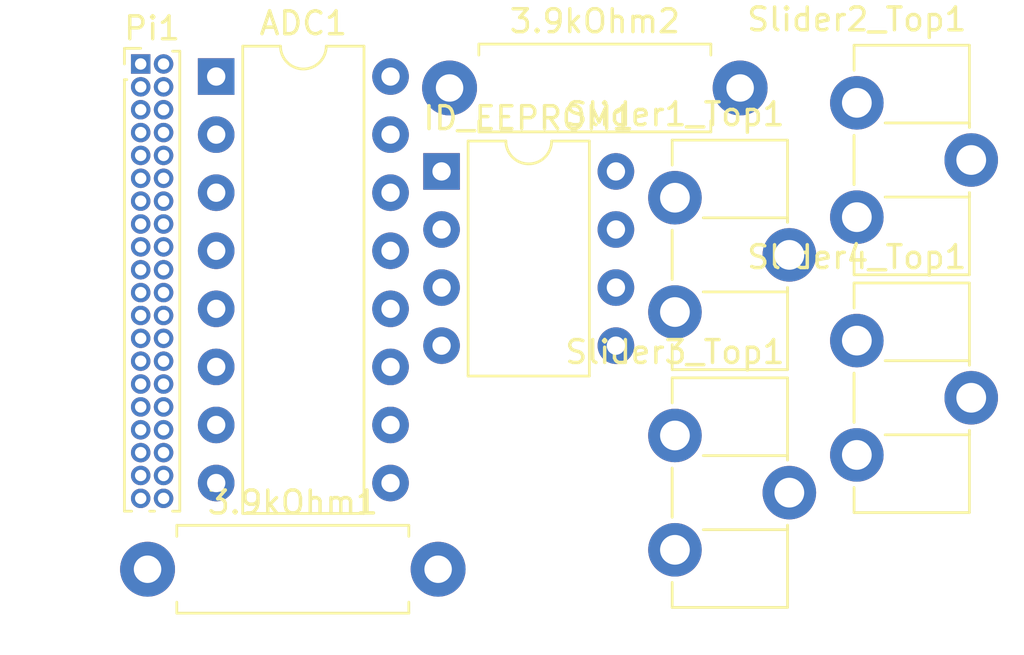
<source format=kicad_pcb>
(kicad_pcb (version 20171130) (host pcbnew "(5.0.1)-3")

  (general
    (thickness 1.6)
    (drawings 0)
    (tracks 0)
    (zones 0)
    (modules 9)
    (nets 48)
  )

  (page A4)
  (layers
    (0 F.Cu signal)
    (31 B.Cu signal)
    (32 B.Adhes user)
    (33 F.Adhes user)
    (34 B.Paste user)
    (35 F.Paste user)
    (36 B.SilkS user)
    (37 F.SilkS user)
    (38 B.Mask user)
    (39 F.Mask user)
    (40 Dwgs.User user)
    (41 Cmts.User user)
    (42 Eco1.User user)
    (43 Eco2.User user)
    (44 Edge.Cuts user)
    (45 Margin user)
    (46 B.CrtYd user)
    (47 F.CrtYd user)
    (48 B.Fab user)
    (49 F.Fab user)
  )

  (setup
    (last_trace_width 0.25)
    (trace_clearance 0.2)
    (zone_clearance 0.508)
    (zone_45_only no)
    (trace_min 0.2)
    (segment_width 0.2)
    (edge_width 0.15)
    (via_size 0.8)
    (via_drill 0.4)
    (via_min_size 0.4)
    (via_min_drill 0.3)
    (uvia_size 0.3)
    (uvia_drill 0.1)
    (uvias_allowed no)
    (uvia_min_size 0.2)
    (uvia_min_drill 0.1)
    (pcb_text_width 0.3)
    (pcb_text_size 1.5 1.5)
    (mod_edge_width 0.15)
    (mod_text_size 1 1)
    (mod_text_width 0.15)
    (pad_size 1.524 1.524)
    (pad_drill 0.762)
    (pad_to_mask_clearance 0.051)
    (solder_mask_min_width 0.25)
    (aux_axis_origin 0 0)
    (visible_elements FFFFFF7F)
    (pcbplotparams
      (layerselection 0x010fc_ffffffff)
      (usegerberextensions false)
      (usegerberattributes false)
      (usegerberadvancedattributes false)
      (creategerberjobfile false)
      (excludeedgelayer true)
      (linewidth 0.100000)
      (plotframeref false)
      (viasonmask false)
      (mode 1)
      (useauxorigin false)
      (hpglpennumber 1)
      (hpglpenspeed 20)
      (hpglpendiameter 15.000000)
      (psnegative false)
      (psa4output false)
      (plotreference true)
      (plotvalue true)
      (plotinvisibletext false)
      (padsonsilk false)
      (subtractmaskfromsilk false)
      (outputformat 1)
      (mirror false)
      (drillshape 1)
      (scaleselection 1)
      (outputdirectory ""))
  )

  (net 0 "")
  (net 1 /ID_Data)
  (net 2 /Pi_3.3V)
  (net 3 /ID_CLK)
  (net 4 /Slider1_Wiper)
  (net 5 GND)
  (net 6 /Slider2_Wiper)
  (net 7 /SPI_CE)
  (net 8 /Slider3_Wiper)
  (net 9 /SPI_MOSI)
  (net 10 /Slider4_Wiper)
  (net 11 /SPI_MISO)
  (net 12 /SPI_CLK)
  (net 13 "Net-(ID_EEPROM1-Pad1)")
  (net 14 "Net-(ID_EEPROM1-Pad2)")
  (net 15 "Net-(ID_EEPROM1-Pad3)")
  (net 16 "Net-(Pi1-Pad1)")
  (net 17 "Net-(Pi1-Pad2)")
  (net 18 "Net-(Pi1-Pad3)")
  (net 19 "Net-(Pi1-Pad4)")
  (net 20 "Net-(Pi1-Pad5)")
  (net 21 "Net-(Pi1-Pad6)")
  (net 22 "Net-(Pi1-Pad7)")
  (net 23 "Net-(Pi1-Pad8)")
  (net 24 "Net-(Pi1-Pad9)")
  (net 25 "Net-(Pi1-Pad10)")
  (net 26 "Net-(Pi1-Pad11)")
  (net 27 "Net-(Pi1-Pad12)")
  (net 28 "Net-(Pi1-Pad13)")
  (net 29 "Net-(Pi1-Pad14)")
  (net 30 "Net-(Pi1-Pad15)")
  (net 31 "Net-(Pi1-Pad16)")
  (net 32 "Net-(Pi1-Pad18)")
  (net 33 "Net-(Pi1-Pad20)")
  (net 34 "Net-(Pi1-Pad22)")
  (net 35 "Net-(Pi1-Pad25)")
  (net 36 "Net-(Pi1-Pad26)")
  (net 37 "Net-(Pi1-Pad29)")
  (net 38 "Net-(Pi1-Pad30)")
  (net 39 "Net-(Pi1-Pad31)")
  (net 40 "Net-(Pi1-Pad32)")
  (net 41 "Net-(Pi1-Pad33)")
  (net 42 "Net-(Pi1-Pad34)")
  (net 43 "Net-(Pi1-Pad35)")
  (net 44 "Net-(Pi1-Pad36)")
  (net 45 "Net-(Pi1-Pad37)")
  (net 46 "Net-(Pi1-Pad38)")
  (net 47 "Net-(Pi1-Pad40)")

  (net_class Default "This is the default net class."
    (clearance 0.2)
    (trace_width 0.25)
    (via_dia 0.8)
    (via_drill 0.4)
    (uvia_dia 0.3)
    (uvia_drill 0.1)
    (add_net /ID_CLK)
    (add_net /ID_Data)
    (add_net /Pi_3.3V)
    (add_net /SPI_CE)
    (add_net /SPI_CLK)
    (add_net /SPI_MISO)
    (add_net /SPI_MOSI)
    (add_net /Slider1_Wiper)
    (add_net /Slider2_Wiper)
    (add_net /Slider3_Wiper)
    (add_net /Slider4_Wiper)
    (add_net GND)
    (add_net "Net-(ID_EEPROM1-Pad1)")
    (add_net "Net-(ID_EEPROM1-Pad2)")
    (add_net "Net-(ID_EEPROM1-Pad3)")
    (add_net "Net-(Pi1-Pad1)")
    (add_net "Net-(Pi1-Pad10)")
    (add_net "Net-(Pi1-Pad11)")
    (add_net "Net-(Pi1-Pad12)")
    (add_net "Net-(Pi1-Pad13)")
    (add_net "Net-(Pi1-Pad14)")
    (add_net "Net-(Pi1-Pad15)")
    (add_net "Net-(Pi1-Pad16)")
    (add_net "Net-(Pi1-Pad18)")
    (add_net "Net-(Pi1-Pad2)")
    (add_net "Net-(Pi1-Pad20)")
    (add_net "Net-(Pi1-Pad22)")
    (add_net "Net-(Pi1-Pad25)")
    (add_net "Net-(Pi1-Pad26)")
    (add_net "Net-(Pi1-Pad29)")
    (add_net "Net-(Pi1-Pad3)")
    (add_net "Net-(Pi1-Pad30)")
    (add_net "Net-(Pi1-Pad31)")
    (add_net "Net-(Pi1-Pad32)")
    (add_net "Net-(Pi1-Pad33)")
    (add_net "Net-(Pi1-Pad34)")
    (add_net "Net-(Pi1-Pad35)")
    (add_net "Net-(Pi1-Pad36)")
    (add_net "Net-(Pi1-Pad37)")
    (add_net "Net-(Pi1-Pad38)")
    (add_net "Net-(Pi1-Pad4)")
    (add_net "Net-(Pi1-Pad40)")
    (add_net "Net-(Pi1-Pad5)")
    (add_net "Net-(Pi1-Pad6)")
    (add_net "Net-(Pi1-Pad7)")
    (add_net "Net-(Pi1-Pad8)")
    (add_net "Net-(Pi1-Pad9)")
  )

  (module Resistor_THT:R_Axial_DIN0411_L9.9mm_D3.6mm_P12.70mm_Horizontal (layer F.Cu) (tedit 5AE5139B) (tstamp 5C365543)
    (at 64.975001 68.845001)
    (descr "Resistor, Axial_DIN0411 series, Axial, Horizontal, pin pitch=12.7mm, 1W, length*diameter=9.9*3.6mm^2")
    (tags "Resistor Axial_DIN0411 series Axial Horizontal pin pitch 12.7mm 1W length 9.9mm diameter 3.6mm")
    (path /5C229995)
    (fp_text reference 3.9kOhm1 (at 6.35 -2.92) (layer F.SilkS)
      (effects (font (size 1 1) (thickness 0.15)))
    )
    (fp_text value R_US (at 6.35 2.92) (layer F.Fab)
      (effects (font (size 1 1) (thickness 0.15)))
    )
    (fp_line (start 1.4 -1.8) (end 1.4 1.8) (layer F.Fab) (width 0.1))
    (fp_line (start 1.4 1.8) (end 11.3 1.8) (layer F.Fab) (width 0.1))
    (fp_line (start 11.3 1.8) (end 11.3 -1.8) (layer F.Fab) (width 0.1))
    (fp_line (start 11.3 -1.8) (end 1.4 -1.8) (layer F.Fab) (width 0.1))
    (fp_line (start 0 0) (end 1.4 0) (layer F.Fab) (width 0.1))
    (fp_line (start 12.7 0) (end 11.3 0) (layer F.Fab) (width 0.1))
    (fp_line (start 1.28 -1.44) (end 1.28 -1.92) (layer F.SilkS) (width 0.12))
    (fp_line (start 1.28 -1.92) (end 11.42 -1.92) (layer F.SilkS) (width 0.12))
    (fp_line (start 11.42 -1.92) (end 11.42 -1.44) (layer F.SilkS) (width 0.12))
    (fp_line (start 1.28 1.44) (end 1.28 1.92) (layer F.SilkS) (width 0.12))
    (fp_line (start 1.28 1.92) (end 11.42 1.92) (layer F.SilkS) (width 0.12))
    (fp_line (start 11.42 1.92) (end 11.42 1.44) (layer F.SilkS) (width 0.12))
    (fp_line (start -1.45 -2.05) (end -1.45 2.05) (layer F.CrtYd) (width 0.05))
    (fp_line (start -1.45 2.05) (end 14.15 2.05) (layer F.CrtYd) (width 0.05))
    (fp_line (start 14.15 2.05) (end 14.15 -2.05) (layer F.CrtYd) (width 0.05))
    (fp_line (start 14.15 -2.05) (end -1.45 -2.05) (layer F.CrtYd) (width 0.05))
    (fp_text user %R (at 6.35 0) (layer F.Fab)
      (effects (font (size 1 1) (thickness 0.15)))
    )
    (pad 1 thru_hole circle (at 0 0) (size 2.4 2.4) (drill 1.2) (layers *.Cu *.Mask)
      (net 1 /ID_Data))
    (pad 2 thru_hole oval (at 12.7 0) (size 2.4 2.4) (drill 1.2) (layers *.Cu *.Mask)
      (net 2 /Pi_3.3V))
    (model ${KISYS3DMOD}/Resistor_THT.3dshapes/R_Axial_DIN0411_L9.9mm_D3.6mm_P12.70mm_Horizontal.wrl
      (at (xyz 0 0 0))
      (scale (xyz 1 1 1))
      (rotate (xyz 0 0 0))
    )
  )

  (module Resistor_THT:R_Axial_DIN0411_L9.9mm_D3.6mm_P12.70mm_Horizontal (layer F.Cu) (tedit 5AE5139B) (tstamp 5C36555A)
    (at 78.175001 47.795001)
    (descr "Resistor, Axial_DIN0411 series, Axial, Horizontal, pin pitch=12.7mm, 1W, length*diameter=9.9*3.6mm^2")
    (tags "Resistor Axial_DIN0411 series Axial Horizontal pin pitch 12.7mm 1W length 9.9mm diameter 3.6mm")
    (path /5C22CD6F)
    (fp_text reference 3.9kOhm2 (at 6.35 -2.92) (layer F.SilkS)
      (effects (font (size 1 1) (thickness 0.15)))
    )
    (fp_text value R_US (at 6.35 2.92) (layer F.Fab)
      (effects (font (size 1 1) (thickness 0.15)))
    )
    (fp_text user %R (at 6.35 0) (layer F.Fab)
      (effects (font (size 1 1) (thickness 0.15)))
    )
    (fp_line (start 14.15 -2.05) (end -1.45 -2.05) (layer F.CrtYd) (width 0.05))
    (fp_line (start 14.15 2.05) (end 14.15 -2.05) (layer F.CrtYd) (width 0.05))
    (fp_line (start -1.45 2.05) (end 14.15 2.05) (layer F.CrtYd) (width 0.05))
    (fp_line (start -1.45 -2.05) (end -1.45 2.05) (layer F.CrtYd) (width 0.05))
    (fp_line (start 11.42 1.92) (end 11.42 1.44) (layer F.SilkS) (width 0.12))
    (fp_line (start 1.28 1.92) (end 11.42 1.92) (layer F.SilkS) (width 0.12))
    (fp_line (start 1.28 1.44) (end 1.28 1.92) (layer F.SilkS) (width 0.12))
    (fp_line (start 11.42 -1.92) (end 11.42 -1.44) (layer F.SilkS) (width 0.12))
    (fp_line (start 1.28 -1.92) (end 11.42 -1.92) (layer F.SilkS) (width 0.12))
    (fp_line (start 1.28 -1.44) (end 1.28 -1.92) (layer F.SilkS) (width 0.12))
    (fp_line (start 12.7 0) (end 11.3 0) (layer F.Fab) (width 0.1))
    (fp_line (start 0 0) (end 1.4 0) (layer F.Fab) (width 0.1))
    (fp_line (start 11.3 -1.8) (end 1.4 -1.8) (layer F.Fab) (width 0.1))
    (fp_line (start 11.3 1.8) (end 11.3 -1.8) (layer F.Fab) (width 0.1))
    (fp_line (start 1.4 1.8) (end 11.3 1.8) (layer F.Fab) (width 0.1))
    (fp_line (start 1.4 -1.8) (end 1.4 1.8) (layer F.Fab) (width 0.1))
    (pad 2 thru_hole oval (at 12.7 0) (size 2.4 2.4) (drill 1.2) (layers *.Cu *.Mask)
      (net 2 /Pi_3.3V))
    (pad 1 thru_hole circle (at 0 0) (size 2.4 2.4) (drill 1.2) (layers *.Cu *.Mask)
      (net 3 /ID_CLK))
    (model ${KISYS3DMOD}/Resistor_THT.3dshapes/R_Axial_DIN0411_L9.9mm_D3.6mm_P12.70mm_Horizontal.wrl
      (at (xyz 0 0 0))
      (scale (xyz 1 1 1))
      (rotate (xyz 0 0 0))
    )
  )

  (module Package_DIP:DIP-16_W7.62mm (layer F.Cu) (tedit 5A02E8C5) (tstamp 5C36557E)
    (at 67.975001 47.295001)
    (descr "16-lead though-hole mounted DIP package, row spacing 7.62 mm (300 mils)")
    (tags "THT DIP DIL PDIP 2.54mm 7.62mm 300mil")
    (path /5C1D6D3D)
    (fp_text reference ADC1 (at 3.81 -2.33) (layer F.SilkS)
      (effects (font (size 1 1) (thickness 0.15)))
    )
    (fp_text value MCP3008 (at 3.81 20.11) (layer F.Fab)
      (effects (font (size 1 1) (thickness 0.15)))
    )
    (fp_arc (start 3.81 -1.33) (end 2.81 -1.33) (angle -180) (layer F.SilkS) (width 0.12))
    (fp_line (start 1.635 -1.27) (end 6.985 -1.27) (layer F.Fab) (width 0.1))
    (fp_line (start 6.985 -1.27) (end 6.985 19.05) (layer F.Fab) (width 0.1))
    (fp_line (start 6.985 19.05) (end 0.635 19.05) (layer F.Fab) (width 0.1))
    (fp_line (start 0.635 19.05) (end 0.635 -0.27) (layer F.Fab) (width 0.1))
    (fp_line (start 0.635 -0.27) (end 1.635 -1.27) (layer F.Fab) (width 0.1))
    (fp_line (start 2.81 -1.33) (end 1.16 -1.33) (layer F.SilkS) (width 0.12))
    (fp_line (start 1.16 -1.33) (end 1.16 19.11) (layer F.SilkS) (width 0.12))
    (fp_line (start 1.16 19.11) (end 6.46 19.11) (layer F.SilkS) (width 0.12))
    (fp_line (start 6.46 19.11) (end 6.46 -1.33) (layer F.SilkS) (width 0.12))
    (fp_line (start 6.46 -1.33) (end 4.81 -1.33) (layer F.SilkS) (width 0.12))
    (fp_line (start -1.1 -1.55) (end -1.1 19.3) (layer F.CrtYd) (width 0.05))
    (fp_line (start -1.1 19.3) (end 8.7 19.3) (layer F.CrtYd) (width 0.05))
    (fp_line (start 8.7 19.3) (end 8.7 -1.55) (layer F.CrtYd) (width 0.05))
    (fp_line (start 8.7 -1.55) (end -1.1 -1.55) (layer F.CrtYd) (width 0.05))
    (fp_text user %R (at 3.81 8.89) (layer F.Fab)
      (effects (font (size 1 1) (thickness 0.15)))
    )
    (pad 1 thru_hole rect (at 0 0) (size 1.6 1.6) (drill 0.8) (layers *.Cu *.Mask)
      (net 4 /Slider1_Wiper))
    (pad 9 thru_hole oval (at 7.62 17.78) (size 1.6 1.6) (drill 0.8) (layers *.Cu *.Mask)
      (net 5 GND))
    (pad 2 thru_hole oval (at 0 2.54) (size 1.6 1.6) (drill 0.8) (layers *.Cu *.Mask)
      (net 6 /Slider2_Wiper))
    (pad 10 thru_hole oval (at 7.62 15.24) (size 1.6 1.6) (drill 0.8) (layers *.Cu *.Mask)
      (net 7 /SPI_CE))
    (pad 3 thru_hole oval (at 0 5.08) (size 1.6 1.6) (drill 0.8) (layers *.Cu *.Mask)
      (net 8 /Slider3_Wiper))
    (pad 11 thru_hole oval (at 7.62 12.7) (size 1.6 1.6) (drill 0.8) (layers *.Cu *.Mask)
      (net 9 /SPI_MOSI))
    (pad 4 thru_hole oval (at 0 7.62) (size 1.6 1.6) (drill 0.8) (layers *.Cu *.Mask)
      (net 10 /Slider4_Wiper))
    (pad 12 thru_hole oval (at 7.62 10.16) (size 1.6 1.6) (drill 0.8) (layers *.Cu *.Mask)
      (net 11 /SPI_MISO))
    (pad 5 thru_hole oval (at 0 10.16) (size 1.6 1.6) (drill 0.8) (layers *.Cu *.Mask)
      (net 5 GND))
    (pad 13 thru_hole oval (at 7.62 7.62) (size 1.6 1.6) (drill 0.8) (layers *.Cu *.Mask)
      (net 12 /SPI_CLK))
    (pad 6 thru_hole oval (at 0 12.7) (size 1.6 1.6) (drill 0.8) (layers *.Cu *.Mask)
      (net 5 GND))
    (pad 14 thru_hole oval (at 7.62 5.08) (size 1.6 1.6) (drill 0.8) (layers *.Cu *.Mask)
      (net 5 GND))
    (pad 7 thru_hole oval (at 0 15.24) (size 1.6 1.6) (drill 0.8) (layers *.Cu *.Mask)
      (net 5 GND))
    (pad 15 thru_hole oval (at 7.62 2.54) (size 1.6 1.6) (drill 0.8) (layers *.Cu *.Mask)
      (net 2 /Pi_3.3V))
    (pad 8 thru_hole oval (at 0 17.78) (size 1.6 1.6) (drill 0.8) (layers *.Cu *.Mask)
      (net 5 GND))
    (pad 16 thru_hole oval (at 7.62 0) (size 1.6 1.6) (drill 0.8) (layers *.Cu *.Mask)
      (net 2 /Pi_3.3V))
    (model ${KISYS3DMOD}/Package_DIP.3dshapes/DIP-16_W7.62mm.wrl
      (at (xyz 0 0 0))
      (scale (xyz 1 1 1))
      (rotate (xyz 0 0 0))
    )
  )

  (module Package_DIP:DIP-8_W7.62mm (layer F.Cu) (tedit 5A02E8C5) (tstamp 5C36559A)
    (at 77.825001 51.445001)
    (descr "8-lead though-hole mounted DIP package, row spacing 7.62 mm (300 mils)")
    (tags "THT DIP DIL PDIP 2.54mm 7.62mm 300mil")
    (path /5C212C04)
    (fp_text reference ID_EEPROM1 (at 3.81 -2.33) (layer F.SilkS)
      (effects (font (size 1 1) (thickness 0.15)))
    )
    (fp_text value 24LC32 (at 3.81 9.95) (layer F.Fab)
      (effects (font (size 1 1) (thickness 0.15)))
    )
    (fp_arc (start 3.81 -1.33) (end 2.81 -1.33) (angle -180) (layer F.SilkS) (width 0.12))
    (fp_line (start 1.635 -1.27) (end 6.985 -1.27) (layer F.Fab) (width 0.1))
    (fp_line (start 6.985 -1.27) (end 6.985 8.89) (layer F.Fab) (width 0.1))
    (fp_line (start 6.985 8.89) (end 0.635 8.89) (layer F.Fab) (width 0.1))
    (fp_line (start 0.635 8.89) (end 0.635 -0.27) (layer F.Fab) (width 0.1))
    (fp_line (start 0.635 -0.27) (end 1.635 -1.27) (layer F.Fab) (width 0.1))
    (fp_line (start 2.81 -1.33) (end 1.16 -1.33) (layer F.SilkS) (width 0.12))
    (fp_line (start 1.16 -1.33) (end 1.16 8.95) (layer F.SilkS) (width 0.12))
    (fp_line (start 1.16 8.95) (end 6.46 8.95) (layer F.SilkS) (width 0.12))
    (fp_line (start 6.46 8.95) (end 6.46 -1.33) (layer F.SilkS) (width 0.12))
    (fp_line (start 6.46 -1.33) (end 4.81 -1.33) (layer F.SilkS) (width 0.12))
    (fp_line (start -1.1 -1.55) (end -1.1 9.15) (layer F.CrtYd) (width 0.05))
    (fp_line (start -1.1 9.15) (end 8.7 9.15) (layer F.CrtYd) (width 0.05))
    (fp_line (start 8.7 9.15) (end 8.7 -1.55) (layer F.CrtYd) (width 0.05))
    (fp_line (start 8.7 -1.55) (end -1.1 -1.55) (layer F.CrtYd) (width 0.05))
    (fp_text user %R (at 3.81 3.81) (layer F.Fab)
      (effects (font (size 1 1) (thickness 0.15)))
    )
    (pad 1 thru_hole rect (at 0 0) (size 1.6 1.6) (drill 0.8) (layers *.Cu *.Mask)
      (net 13 "Net-(ID_EEPROM1-Pad1)"))
    (pad 5 thru_hole oval (at 7.62 7.62) (size 1.6 1.6) (drill 0.8) (layers *.Cu *.Mask)
      (net 1 /ID_Data))
    (pad 2 thru_hole oval (at 0 2.54) (size 1.6 1.6) (drill 0.8) (layers *.Cu *.Mask)
      (net 14 "Net-(ID_EEPROM1-Pad2)"))
    (pad 6 thru_hole oval (at 7.62 5.08) (size 1.6 1.6) (drill 0.8) (layers *.Cu *.Mask)
      (net 3 /ID_CLK))
    (pad 3 thru_hole oval (at 0 5.08) (size 1.6 1.6) (drill 0.8) (layers *.Cu *.Mask)
      (net 15 "Net-(ID_EEPROM1-Pad3)"))
    (pad 7 thru_hole oval (at 7.62 2.54) (size 1.6 1.6) (drill 0.8) (layers *.Cu *.Mask)
      (net 2 /Pi_3.3V))
    (pad 4 thru_hole oval (at 0 7.62) (size 1.6 1.6) (drill 0.8) (layers *.Cu *.Mask)
      (net 5 GND))
    (pad 8 thru_hole oval (at 7.62 0) (size 1.6 1.6) (drill 0.8) (layers *.Cu *.Mask)
      (net 2 /Pi_3.3V))
    (model ${KISYS3DMOD}/Package_DIP.3dshapes/DIP-8_W7.62mm.wrl
      (at (xyz 0 0 0))
      (scale (xyz 1 1 1))
      (rotate (xyz 0 0 0))
    )
  )

  (module Connector_PinHeader_1.00mm:PinHeader_2x20_P1.00mm_Vertical (layer F.Cu) (tedit 59FED738) (tstamp 5C3655D9)
    (at 64.675001 46.745001)
    (descr "Through hole straight pin header, 2x20, 1.00mm pitch, double rows")
    (tags "Through hole pin header THT 2x20 1.00mm double row")
    (path /5C1D604C)
    (fp_text reference Pi1 (at 0.5 -1.56) (layer F.SilkS)
      (effects (font (size 1 1) (thickness 0.15)))
    )
    (fp_text value Raspberry_Pi_2_3 (at 0.5 20.56) (layer F.Fab)
      (effects (font (size 1 1) (thickness 0.15)))
    )
    (fp_line (start -0.075 -0.5) (end 1.65 -0.5) (layer F.Fab) (width 0.1))
    (fp_line (start 1.65 -0.5) (end 1.65 19.5) (layer F.Fab) (width 0.1))
    (fp_line (start 1.65 19.5) (end -0.65 19.5) (layer F.Fab) (width 0.1))
    (fp_line (start -0.65 19.5) (end -0.65 0.075) (layer F.Fab) (width 0.1))
    (fp_line (start -0.65 0.075) (end -0.075 -0.5) (layer F.Fab) (width 0.1))
    (fp_line (start -0.71 19.56) (end -0.394493 19.56) (layer F.SilkS) (width 0.12))
    (fp_line (start 1.394493 19.56) (end 1.71 19.56) (layer F.SilkS) (width 0.12))
    (fp_line (start 0.394493 19.56) (end 0.605507 19.56) (layer F.SilkS) (width 0.12))
    (fp_line (start -0.71 0.685) (end -0.71 19.56) (layer F.SilkS) (width 0.12))
    (fp_line (start 1.71 -0.56) (end 1.71 19.56) (layer F.SilkS) (width 0.12))
    (fp_line (start -0.71 0.685) (end -0.608276 0.685) (layer F.SilkS) (width 0.12))
    (fp_line (start 1.394493 -0.56) (end 1.71 -0.56) (layer F.SilkS) (width 0.12))
    (fp_line (start -0.71 0) (end -0.71 -0.685) (layer F.SilkS) (width 0.12))
    (fp_line (start -0.71 -0.685) (end 0 -0.685) (layer F.SilkS) (width 0.12))
    (fp_line (start -1.15 -1) (end -1.15 20) (layer F.CrtYd) (width 0.05))
    (fp_line (start -1.15 20) (end 2.15 20) (layer F.CrtYd) (width 0.05))
    (fp_line (start 2.15 20) (end 2.15 -1) (layer F.CrtYd) (width 0.05))
    (fp_line (start 2.15 -1) (end -1.15 -1) (layer F.CrtYd) (width 0.05))
    (fp_text user %R (at 0.5 9.5 90) (layer F.Fab)
      (effects (font (size 1 1) (thickness 0.15)))
    )
    (pad 1 thru_hole rect (at 0 0) (size 0.85 0.85) (drill 0.5) (layers *.Cu *.Mask)
      (net 16 "Net-(Pi1-Pad1)"))
    (pad 2 thru_hole oval (at 1 0) (size 0.85 0.85) (drill 0.5) (layers *.Cu *.Mask)
      (net 17 "Net-(Pi1-Pad2)"))
    (pad 3 thru_hole oval (at 0 1) (size 0.85 0.85) (drill 0.5) (layers *.Cu *.Mask)
      (net 18 "Net-(Pi1-Pad3)"))
    (pad 4 thru_hole oval (at 1 1) (size 0.85 0.85) (drill 0.5) (layers *.Cu *.Mask)
      (net 19 "Net-(Pi1-Pad4)"))
    (pad 5 thru_hole oval (at 0 2) (size 0.85 0.85) (drill 0.5) (layers *.Cu *.Mask)
      (net 20 "Net-(Pi1-Pad5)"))
    (pad 6 thru_hole oval (at 1 2) (size 0.85 0.85) (drill 0.5) (layers *.Cu *.Mask)
      (net 21 "Net-(Pi1-Pad6)"))
    (pad 7 thru_hole oval (at 0 3) (size 0.85 0.85) (drill 0.5) (layers *.Cu *.Mask)
      (net 22 "Net-(Pi1-Pad7)"))
    (pad 8 thru_hole oval (at 1 3) (size 0.85 0.85) (drill 0.5) (layers *.Cu *.Mask)
      (net 23 "Net-(Pi1-Pad8)"))
    (pad 9 thru_hole oval (at 0 4) (size 0.85 0.85) (drill 0.5) (layers *.Cu *.Mask)
      (net 24 "Net-(Pi1-Pad9)"))
    (pad 10 thru_hole oval (at 1 4) (size 0.85 0.85) (drill 0.5) (layers *.Cu *.Mask)
      (net 25 "Net-(Pi1-Pad10)"))
    (pad 11 thru_hole oval (at 0 5) (size 0.85 0.85) (drill 0.5) (layers *.Cu *.Mask)
      (net 26 "Net-(Pi1-Pad11)"))
    (pad 12 thru_hole oval (at 1 5) (size 0.85 0.85) (drill 0.5) (layers *.Cu *.Mask)
      (net 27 "Net-(Pi1-Pad12)"))
    (pad 13 thru_hole oval (at 0 6) (size 0.85 0.85) (drill 0.5) (layers *.Cu *.Mask)
      (net 28 "Net-(Pi1-Pad13)"))
    (pad 14 thru_hole oval (at 1 6) (size 0.85 0.85) (drill 0.5) (layers *.Cu *.Mask)
      (net 29 "Net-(Pi1-Pad14)"))
    (pad 15 thru_hole oval (at 0 7) (size 0.85 0.85) (drill 0.5) (layers *.Cu *.Mask)
      (net 30 "Net-(Pi1-Pad15)"))
    (pad 16 thru_hole oval (at 1 7) (size 0.85 0.85) (drill 0.5) (layers *.Cu *.Mask)
      (net 31 "Net-(Pi1-Pad16)"))
    (pad 17 thru_hole oval (at 0 8) (size 0.85 0.85) (drill 0.5) (layers *.Cu *.Mask)
      (net 2 /Pi_3.3V))
    (pad 18 thru_hole oval (at 1 8) (size 0.85 0.85) (drill 0.5) (layers *.Cu *.Mask)
      (net 32 "Net-(Pi1-Pad18)"))
    (pad 19 thru_hole oval (at 0 9) (size 0.85 0.85) (drill 0.5) (layers *.Cu *.Mask)
      (net 9 /SPI_MOSI))
    (pad 20 thru_hole oval (at 1 9) (size 0.85 0.85) (drill 0.5) (layers *.Cu *.Mask)
      (net 33 "Net-(Pi1-Pad20)"))
    (pad 21 thru_hole oval (at 0 10) (size 0.85 0.85) (drill 0.5) (layers *.Cu *.Mask)
      (net 11 /SPI_MISO))
    (pad 22 thru_hole oval (at 1 10) (size 0.85 0.85) (drill 0.5) (layers *.Cu *.Mask)
      (net 34 "Net-(Pi1-Pad22)"))
    (pad 23 thru_hole oval (at 0 11) (size 0.85 0.85) (drill 0.5) (layers *.Cu *.Mask)
      (net 12 /SPI_CLK))
    (pad 24 thru_hole oval (at 1 11) (size 0.85 0.85) (drill 0.5) (layers *.Cu *.Mask)
      (net 7 /SPI_CE))
    (pad 25 thru_hole oval (at 0 12) (size 0.85 0.85) (drill 0.5) (layers *.Cu *.Mask)
      (net 35 "Net-(Pi1-Pad25)"))
    (pad 26 thru_hole oval (at 1 12) (size 0.85 0.85) (drill 0.5) (layers *.Cu *.Mask)
      (net 36 "Net-(Pi1-Pad26)"))
    (pad 27 thru_hole oval (at 0 13) (size 0.85 0.85) (drill 0.5) (layers *.Cu *.Mask)
      (net 1 /ID_Data))
    (pad 28 thru_hole oval (at 1 13) (size 0.85 0.85) (drill 0.5) (layers *.Cu *.Mask)
      (net 3 /ID_CLK))
    (pad 29 thru_hole oval (at 0 14) (size 0.85 0.85) (drill 0.5) (layers *.Cu *.Mask)
      (net 37 "Net-(Pi1-Pad29)"))
    (pad 30 thru_hole oval (at 1 14) (size 0.85 0.85) (drill 0.5) (layers *.Cu *.Mask)
      (net 38 "Net-(Pi1-Pad30)"))
    (pad 31 thru_hole oval (at 0 15) (size 0.85 0.85) (drill 0.5) (layers *.Cu *.Mask)
      (net 39 "Net-(Pi1-Pad31)"))
    (pad 32 thru_hole oval (at 1 15) (size 0.85 0.85) (drill 0.5) (layers *.Cu *.Mask)
      (net 40 "Net-(Pi1-Pad32)"))
    (pad 33 thru_hole oval (at 0 16) (size 0.85 0.85) (drill 0.5) (layers *.Cu *.Mask)
      (net 41 "Net-(Pi1-Pad33)"))
    (pad 34 thru_hole oval (at 1 16) (size 0.85 0.85) (drill 0.5) (layers *.Cu *.Mask)
      (net 42 "Net-(Pi1-Pad34)"))
    (pad 35 thru_hole oval (at 0 17) (size 0.85 0.85) (drill 0.5) (layers *.Cu *.Mask)
      (net 43 "Net-(Pi1-Pad35)"))
    (pad 36 thru_hole oval (at 1 17) (size 0.85 0.85) (drill 0.5) (layers *.Cu *.Mask)
      (net 44 "Net-(Pi1-Pad36)"))
    (pad 37 thru_hole oval (at 0 18) (size 0.85 0.85) (drill 0.5) (layers *.Cu *.Mask)
      (net 45 "Net-(Pi1-Pad37)"))
    (pad 38 thru_hole oval (at 1 18) (size 0.85 0.85) (drill 0.5) (layers *.Cu *.Mask)
      (net 46 "Net-(Pi1-Pad38)"))
    (pad 39 thru_hole oval (at 0 19) (size 0.85 0.85) (drill 0.5) (layers *.Cu *.Mask)
      (net 5 GND))
    (pad 40 thru_hole oval (at 1 19) (size 0.85 0.85) (drill 0.5) (layers *.Cu *.Mask)
      (net 47 "Net-(Pi1-Pad40)"))
    (model ${KISYS3DMOD}/Connector_PinHeader_1.00mm.3dshapes/PinHeader_2x20_P1.00mm_Vertical.wrl
      (at (xyz 0 0 0))
      (scale (xyz 1 1 1))
      (rotate (xyz 0 0 0))
    )
  )

  (module Potentiometer_THT:Potentiometer_ACP_CA9-H5_Horizontal (layer F.Cu) (tedit 5A3D4994) (tstamp 5C3655F9)
    (at 88.025001 52.595001)
    (descr "Potentiometer, horizontal, ACP CA9-H5, http://www.acptechnologies.com/wp-content/uploads/2017/05/02-ACP-CA9-CE9.pdf")
    (tags "Potentiometer horizontal ACP CA9-H5")
    (path /5C1DD496)
    (fp_text reference Slider1_Top1 (at 0 -3.65) (layer F.SilkS)
      (effects (font (size 1 1) (thickness 0.15)))
    )
    (fp_text value R_Variable_US (at 0 8.65) (layer F.Fab)
      (effects (font (size 1 1) (thickness 0.15)))
    )
    (fp_line (start 4.8 -2.4) (end 4.8 7.4) (layer F.Fab) (width 0.1))
    (fp_line (start 4.8 7.4) (end 0 7.4) (layer F.Fab) (width 0.1))
    (fp_line (start 0 7.4) (end 0 -2.4) (layer F.Fab) (width 0.1))
    (fp_line (start 0 -2.4) (end 4.8 -2.4) (layer F.Fab) (width 0.1))
    (fp_line (start 0 1) (end 0 4) (layer F.Fab) (width 0.1))
    (fp_line (start 0 4) (end 4.8 4) (layer F.Fab) (width 0.1))
    (fp_line (start 4.8 4) (end 4.8 1) (layer F.Fab) (width 0.1))
    (fp_line (start 4.8 1) (end 0 1) (layer F.Fab) (width 0.1))
    (fp_line (start -0.121 -2.521) (end 4.92 -2.521) (layer F.SilkS) (width 0.12))
    (fp_line (start -0.121 7.52) (end 4.92 7.52) (layer F.SilkS) (width 0.12))
    (fp_line (start 4.92 -2.521) (end 4.92 1.075) (layer F.SilkS) (width 0.12))
    (fp_line (start 4.92 3.925) (end 4.92 7.52) (layer F.SilkS) (width 0.12))
    (fp_line (start -0.121 6.425) (end -0.121 7.52) (layer F.SilkS) (width 0.12))
    (fp_line (start -0.121 -2.521) (end -0.121 -1.426) (layer F.SilkS) (width 0.12))
    (fp_line (start -0.121 1.426) (end -0.121 3.575) (layer F.SilkS) (width 0.12))
    (fp_line (start 1.237 0.88) (end 4.92 0.88) (layer F.SilkS) (width 0.12))
    (fp_line (start 1.237 4.12) (end 4.92 4.12) (layer F.SilkS) (width 0.12))
    (fp_line (start -0.121 1.426) (end -0.121 3.575) (layer F.SilkS) (width 0.12))
    (fp_line (start 4.92 0.88) (end 4.92 1.075) (layer F.SilkS) (width 0.12))
    (fp_line (start 4.92 3.925) (end 4.92 4.12) (layer F.SilkS) (width 0.12))
    (fp_line (start -1.45 -2.7) (end -1.45 7.65) (layer F.CrtYd) (width 0.05))
    (fp_line (start -1.45 7.65) (end 6.45 7.65) (layer F.CrtYd) (width 0.05))
    (fp_line (start 6.45 7.65) (end 6.45 -2.7) (layer F.CrtYd) (width 0.05))
    (fp_line (start 6.45 -2.7) (end -1.45 -2.7) (layer F.CrtYd) (width 0.05))
    (fp_text user %R (at 2.4 2.5) (layer F.Fab)
      (effects (font (size 1 1) (thickness 0.15)))
    )
    (pad 3 thru_hole circle (at 0 5) (size 2.34 2.34) (drill 1.3) (layers *.Cu *.Mask))
    (pad 2 thru_hole circle (at 5 2.5) (size 2.34 2.34) (drill 1.3) (layers *.Cu *.Mask)
      (net 4 /Slider1_Wiper))
    (pad 1 thru_hole circle (at 0 0) (size 2.34 2.34) (drill 1.3) (layers *.Cu *.Mask)
      (net 2 /Pi_3.3V))
    (model ${KISYS3DMOD}/Potentiometer_THT.3dshapes/Potentiometer_ACP_CA9-H5_Horizontal.wrl
      (at (xyz 0 0 0))
      (scale (xyz 1 1 1))
      (rotate (xyz 0 0 0))
    )
  )

  (module Potentiometer_THT:Potentiometer_ACP_CA9-H5_Horizontal (layer F.Cu) (tedit 5A3D4994) (tstamp 5C365619)
    (at 95.975001 48.445001)
    (descr "Potentiometer, horizontal, ACP CA9-H5, http://www.acptechnologies.com/wp-content/uploads/2017/05/02-ACP-CA9-CE9.pdf")
    (tags "Potentiometer horizontal ACP CA9-H5")
    (path /5C1E0212)
    (fp_text reference Slider2_Top1 (at 0 -3.65) (layer F.SilkS)
      (effects (font (size 1 1) (thickness 0.15)))
    )
    (fp_text value R_Variable_US (at 0 8.65) (layer F.Fab)
      (effects (font (size 1 1) (thickness 0.15)))
    )
    (fp_text user %R (at 2.4 2.5) (layer F.Fab)
      (effects (font (size 1 1) (thickness 0.15)))
    )
    (fp_line (start 6.45 -2.7) (end -1.45 -2.7) (layer F.CrtYd) (width 0.05))
    (fp_line (start 6.45 7.65) (end 6.45 -2.7) (layer F.CrtYd) (width 0.05))
    (fp_line (start -1.45 7.65) (end 6.45 7.65) (layer F.CrtYd) (width 0.05))
    (fp_line (start -1.45 -2.7) (end -1.45 7.65) (layer F.CrtYd) (width 0.05))
    (fp_line (start 4.92 3.925) (end 4.92 4.12) (layer F.SilkS) (width 0.12))
    (fp_line (start 4.92 0.88) (end 4.92 1.075) (layer F.SilkS) (width 0.12))
    (fp_line (start -0.121 1.426) (end -0.121 3.575) (layer F.SilkS) (width 0.12))
    (fp_line (start 1.237 4.12) (end 4.92 4.12) (layer F.SilkS) (width 0.12))
    (fp_line (start 1.237 0.88) (end 4.92 0.88) (layer F.SilkS) (width 0.12))
    (fp_line (start -0.121 1.426) (end -0.121 3.575) (layer F.SilkS) (width 0.12))
    (fp_line (start -0.121 -2.521) (end -0.121 -1.426) (layer F.SilkS) (width 0.12))
    (fp_line (start -0.121 6.425) (end -0.121 7.52) (layer F.SilkS) (width 0.12))
    (fp_line (start 4.92 3.925) (end 4.92 7.52) (layer F.SilkS) (width 0.12))
    (fp_line (start 4.92 -2.521) (end 4.92 1.075) (layer F.SilkS) (width 0.12))
    (fp_line (start -0.121 7.52) (end 4.92 7.52) (layer F.SilkS) (width 0.12))
    (fp_line (start -0.121 -2.521) (end 4.92 -2.521) (layer F.SilkS) (width 0.12))
    (fp_line (start 4.8 1) (end 0 1) (layer F.Fab) (width 0.1))
    (fp_line (start 4.8 4) (end 4.8 1) (layer F.Fab) (width 0.1))
    (fp_line (start 0 4) (end 4.8 4) (layer F.Fab) (width 0.1))
    (fp_line (start 0 1) (end 0 4) (layer F.Fab) (width 0.1))
    (fp_line (start 0 -2.4) (end 4.8 -2.4) (layer F.Fab) (width 0.1))
    (fp_line (start 0 7.4) (end 0 -2.4) (layer F.Fab) (width 0.1))
    (fp_line (start 4.8 7.4) (end 0 7.4) (layer F.Fab) (width 0.1))
    (fp_line (start 4.8 -2.4) (end 4.8 7.4) (layer F.Fab) (width 0.1))
    (pad 1 thru_hole circle (at 0 0) (size 2.34 2.34) (drill 1.3) (layers *.Cu *.Mask)
      (net 2 /Pi_3.3V))
    (pad 2 thru_hole circle (at 5 2.5) (size 2.34 2.34) (drill 1.3) (layers *.Cu *.Mask)
      (net 6 /Slider2_Wiper))
    (pad 3 thru_hole circle (at 0 5) (size 2.34 2.34) (drill 1.3) (layers *.Cu *.Mask))
    (model ${KISYS3DMOD}/Potentiometer_THT.3dshapes/Potentiometer_ACP_CA9-H5_Horizontal.wrl
      (at (xyz 0 0 0))
      (scale (xyz 1 1 1))
      (rotate (xyz 0 0 0))
    )
  )

  (module Potentiometer_THT:Potentiometer_ACP_CA9-H5_Horizontal (layer F.Cu) (tedit 5A3D4994) (tstamp 5C365639)
    (at 88.025001 62.995001)
    (descr "Potentiometer, horizontal, ACP CA9-H5, http://www.acptechnologies.com/wp-content/uploads/2017/05/02-ACP-CA9-CE9.pdf")
    (tags "Potentiometer horizontal ACP CA9-H5")
    (path /5C1E0EF2)
    (fp_text reference Slider3_Top1 (at 0 -3.65) (layer F.SilkS)
      (effects (font (size 1 1) (thickness 0.15)))
    )
    (fp_text value R_Variable_US (at 0 8.65) (layer F.Fab)
      (effects (font (size 1 1) (thickness 0.15)))
    )
    (fp_line (start 4.8 -2.4) (end 4.8 7.4) (layer F.Fab) (width 0.1))
    (fp_line (start 4.8 7.4) (end 0 7.4) (layer F.Fab) (width 0.1))
    (fp_line (start 0 7.4) (end 0 -2.4) (layer F.Fab) (width 0.1))
    (fp_line (start 0 -2.4) (end 4.8 -2.4) (layer F.Fab) (width 0.1))
    (fp_line (start 0 1) (end 0 4) (layer F.Fab) (width 0.1))
    (fp_line (start 0 4) (end 4.8 4) (layer F.Fab) (width 0.1))
    (fp_line (start 4.8 4) (end 4.8 1) (layer F.Fab) (width 0.1))
    (fp_line (start 4.8 1) (end 0 1) (layer F.Fab) (width 0.1))
    (fp_line (start -0.121 -2.521) (end 4.92 -2.521) (layer F.SilkS) (width 0.12))
    (fp_line (start -0.121 7.52) (end 4.92 7.52) (layer F.SilkS) (width 0.12))
    (fp_line (start 4.92 -2.521) (end 4.92 1.075) (layer F.SilkS) (width 0.12))
    (fp_line (start 4.92 3.925) (end 4.92 7.52) (layer F.SilkS) (width 0.12))
    (fp_line (start -0.121 6.425) (end -0.121 7.52) (layer F.SilkS) (width 0.12))
    (fp_line (start -0.121 -2.521) (end -0.121 -1.426) (layer F.SilkS) (width 0.12))
    (fp_line (start -0.121 1.426) (end -0.121 3.575) (layer F.SilkS) (width 0.12))
    (fp_line (start 1.237 0.88) (end 4.92 0.88) (layer F.SilkS) (width 0.12))
    (fp_line (start 1.237 4.12) (end 4.92 4.12) (layer F.SilkS) (width 0.12))
    (fp_line (start -0.121 1.426) (end -0.121 3.575) (layer F.SilkS) (width 0.12))
    (fp_line (start 4.92 0.88) (end 4.92 1.075) (layer F.SilkS) (width 0.12))
    (fp_line (start 4.92 3.925) (end 4.92 4.12) (layer F.SilkS) (width 0.12))
    (fp_line (start -1.45 -2.7) (end -1.45 7.65) (layer F.CrtYd) (width 0.05))
    (fp_line (start -1.45 7.65) (end 6.45 7.65) (layer F.CrtYd) (width 0.05))
    (fp_line (start 6.45 7.65) (end 6.45 -2.7) (layer F.CrtYd) (width 0.05))
    (fp_line (start 6.45 -2.7) (end -1.45 -2.7) (layer F.CrtYd) (width 0.05))
    (fp_text user %R (at 2.4 2.5) (layer F.Fab)
      (effects (font (size 1 1) (thickness 0.15)))
    )
    (pad 3 thru_hole circle (at 0 5) (size 2.34 2.34) (drill 1.3) (layers *.Cu *.Mask))
    (pad 2 thru_hole circle (at 5 2.5) (size 2.34 2.34) (drill 1.3) (layers *.Cu *.Mask)
      (net 8 /Slider3_Wiper))
    (pad 1 thru_hole circle (at 0 0) (size 2.34 2.34) (drill 1.3) (layers *.Cu *.Mask)
      (net 2 /Pi_3.3V))
    (model ${KISYS3DMOD}/Potentiometer_THT.3dshapes/Potentiometer_ACP_CA9-H5_Horizontal.wrl
      (at (xyz 0 0 0))
      (scale (xyz 1 1 1))
      (rotate (xyz 0 0 0))
    )
  )

  (module Potentiometer_THT:Potentiometer_ACP_CA9-H5_Horizontal (layer F.Cu) (tedit 5A3D4994) (tstamp 5C365659)
    (at 95.975001 58.845001)
    (descr "Potentiometer, horizontal, ACP CA9-H5, http://www.acptechnologies.com/wp-content/uploads/2017/05/02-ACP-CA9-CE9.pdf")
    (tags "Potentiometer horizontal ACP CA9-H5")
    (path /5C1E2C6B)
    (fp_text reference Slider4_Top1 (at 0 -3.65) (layer F.SilkS)
      (effects (font (size 1 1) (thickness 0.15)))
    )
    (fp_text value R_Variable_US (at 0 8.65) (layer F.Fab)
      (effects (font (size 1 1) (thickness 0.15)))
    )
    (fp_text user %R (at 2.4 2.5) (layer F.Fab)
      (effects (font (size 1 1) (thickness 0.15)))
    )
    (fp_line (start 6.45 -2.7) (end -1.45 -2.7) (layer F.CrtYd) (width 0.05))
    (fp_line (start 6.45 7.65) (end 6.45 -2.7) (layer F.CrtYd) (width 0.05))
    (fp_line (start -1.45 7.65) (end 6.45 7.65) (layer F.CrtYd) (width 0.05))
    (fp_line (start -1.45 -2.7) (end -1.45 7.65) (layer F.CrtYd) (width 0.05))
    (fp_line (start 4.92 3.925) (end 4.92 4.12) (layer F.SilkS) (width 0.12))
    (fp_line (start 4.92 0.88) (end 4.92 1.075) (layer F.SilkS) (width 0.12))
    (fp_line (start -0.121 1.426) (end -0.121 3.575) (layer F.SilkS) (width 0.12))
    (fp_line (start 1.237 4.12) (end 4.92 4.12) (layer F.SilkS) (width 0.12))
    (fp_line (start 1.237 0.88) (end 4.92 0.88) (layer F.SilkS) (width 0.12))
    (fp_line (start -0.121 1.426) (end -0.121 3.575) (layer F.SilkS) (width 0.12))
    (fp_line (start -0.121 -2.521) (end -0.121 -1.426) (layer F.SilkS) (width 0.12))
    (fp_line (start -0.121 6.425) (end -0.121 7.52) (layer F.SilkS) (width 0.12))
    (fp_line (start 4.92 3.925) (end 4.92 7.52) (layer F.SilkS) (width 0.12))
    (fp_line (start 4.92 -2.521) (end 4.92 1.075) (layer F.SilkS) (width 0.12))
    (fp_line (start -0.121 7.52) (end 4.92 7.52) (layer F.SilkS) (width 0.12))
    (fp_line (start -0.121 -2.521) (end 4.92 -2.521) (layer F.SilkS) (width 0.12))
    (fp_line (start 4.8 1) (end 0 1) (layer F.Fab) (width 0.1))
    (fp_line (start 4.8 4) (end 4.8 1) (layer F.Fab) (width 0.1))
    (fp_line (start 0 4) (end 4.8 4) (layer F.Fab) (width 0.1))
    (fp_line (start 0 1) (end 0 4) (layer F.Fab) (width 0.1))
    (fp_line (start 0 -2.4) (end 4.8 -2.4) (layer F.Fab) (width 0.1))
    (fp_line (start 0 7.4) (end 0 -2.4) (layer F.Fab) (width 0.1))
    (fp_line (start 4.8 7.4) (end 0 7.4) (layer F.Fab) (width 0.1))
    (fp_line (start 4.8 -2.4) (end 4.8 7.4) (layer F.Fab) (width 0.1))
    (pad 1 thru_hole circle (at 0 0) (size 2.34 2.34) (drill 1.3) (layers *.Cu *.Mask)
      (net 2 /Pi_3.3V))
    (pad 2 thru_hole circle (at 5 2.5) (size 2.34 2.34) (drill 1.3) (layers *.Cu *.Mask)
      (net 10 /Slider4_Wiper))
    (pad 3 thru_hole circle (at 0 5) (size 2.34 2.34) (drill 1.3) (layers *.Cu *.Mask))
    (model ${KISYS3DMOD}/Potentiometer_THT.3dshapes/Potentiometer_ACP_CA9-H5_Horizontal.wrl
      (at (xyz 0 0 0))
      (scale (xyz 1 1 1))
      (rotate (xyz 0 0 0))
    )
  )

)

</source>
